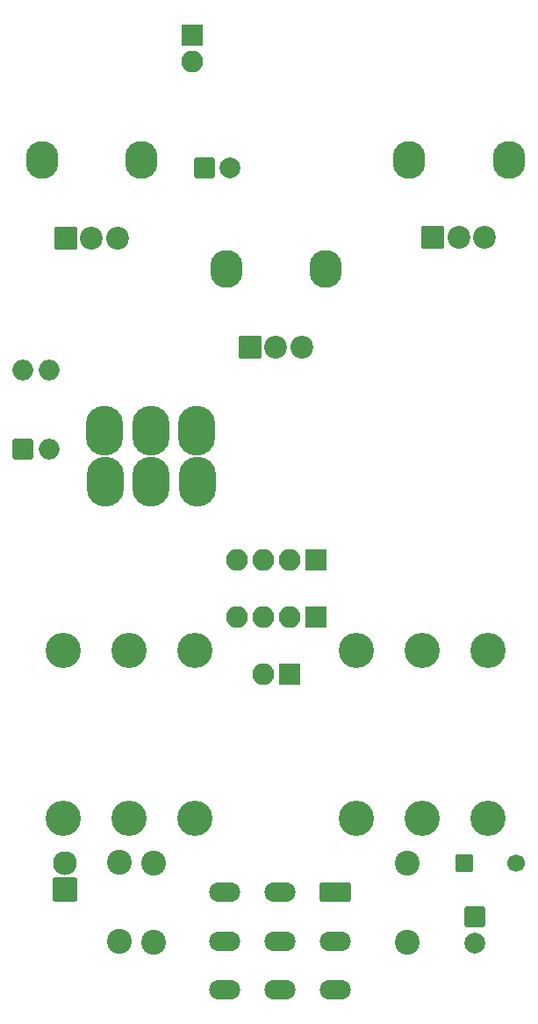
<source format=gbr>
%TF.GenerationSoftware,KiCad,Pcbnew,7.0.5-7.0.5~ubuntu22.04.1*%
%TF.CreationDate,2023-07-07T18:02:21+01:00*%
%TF.ProjectId,BMP,424d502e-6b69-4636-9164-5f7063625858,rev?*%
%TF.SameCoordinates,Original*%
%TF.FileFunction,Soldermask,Bot*%
%TF.FilePolarity,Negative*%
%FSLAX46Y46*%
G04 Gerber Fmt 4.6, Leading zero omitted, Abs format (unit mm)*
G04 Created by KiCad (PCBNEW 7.0.5-7.0.5~ubuntu22.04.1) date 2023-07-07 18:02:21*
%MOMM*%
%LPD*%
G01*
G04 APERTURE LIST*
G04 Aperture macros list*
%AMRoundRect*
0 Rectangle with rounded corners*
0 $1 Rounding radius*
0 $2 $3 $4 $5 $6 $7 $8 $9 X,Y pos of 4 corners*
0 Add a 4 corners polygon primitive as box body*
4,1,4,$2,$3,$4,$5,$6,$7,$8,$9,$2,$3,0*
0 Add four circle primitives for the rounded corners*
1,1,$1+$1,$2,$3*
1,1,$1+$1,$4,$5*
1,1,$1+$1,$6,$7*
1,1,$1+$1,$8,$9*
0 Add four rect primitives between the rounded corners*
20,1,$1+$1,$2,$3,$4,$5,0*
20,1,$1+$1,$4,$5,$6,$7,0*
20,1,$1+$1,$6,$7,$8,$9,0*
20,1,$1+$1,$8,$9,$2,$3,0*%
G04 Aperture macros list end*
%ADD10RoundRect,0.200000X1.300000X0.750000X-1.300000X0.750000X-1.300000X-0.750000X1.300000X-0.750000X0*%
%ADD11O,3.000000X1.900000*%
%ADD12C,3.400000*%
%ADD13RoundRect,0.200000X-0.850000X-0.850000X0.850000X-0.850000X0.850000X0.850000X-0.850000X0.850000X0*%
%ADD14O,2.100000X2.100000*%
%ADD15RoundRect,0.200000X-0.850000X0.850000X-0.850000X-0.850000X0.850000X-0.850000X0.850000X0.850000X0*%
%ADD16RoundRect,0.200000X-0.800000X0.800000X-0.800000X-0.800000X0.800000X-0.800000X0.800000X0.800000X0*%
%ADD17C,2.000000*%
%ADD18RoundRect,0.200000X1.000000X0.950000X-1.000000X0.950000X-1.000000X-0.950000X1.000000X-0.950000X0*%
%ADD19C,2.300000*%
%ADD20C,2.398980*%
%ADD21RoundRect,0.200000X-0.650000X-0.650000X0.650000X-0.650000X0.650000X0.650000X-0.650000X0.650000X0*%
%ADD22C,1.700000*%
%ADD23O,3.120000X3.640000*%
%ADD24RoundRect,0.200000X0.900000X0.900000X-0.900000X0.900000X-0.900000X-0.900000X0.900000X-0.900000X0*%
%ADD25C,2.200000*%
%ADD26O,3.600000X4.800000*%
%ADD27RoundRect,0.200000X-0.800000X-0.800000X0.800000X-0.800000X0.800000X0.800000X-0.800000X0.800000X0*%
%ADD28RoundRect,0.200000X0.800000X-0.800000X0.800000X0.800000X-0.800000X0.800000X-0.800000X-0.800000X0*%
%ADD29O,2.000000X2.000000*%
G04 APERTURE END LIST*
D10*
%TO.C,SW1*%
X148550000Y-137825000D03*
D11*
X143250000Y-137825000D03*
X137950000Y-137825000D03*
X148550000Y-142525000D03*
X143250000Y-142550000D03*
X137950000Y-142525000D03*
X148550000Y-147225000D03*
X143250000Y-147225000D03*
X137950000Y-147225000D03*
%TD*%
D12*
%TO.C,J3*%
X128660000Y-130730000D03*
X128660000Y-114500000D03*
X122310000Y-130730000D03*
X122310000Y-114500000D03*
X135010000Y-130730000D03*
X135010000Y-114500000D03*
%TD*%
D13*
%TO.C,J1*%
X134760000Y-55260000D03*
D14*
X134760000Y-57800000D03*
%TD*%
D15*
%TO.C,JOVGI1*%
X146700000Y-111350000D03*
D14*
X144160000Y-111350000D03*
X141620000Y-111350000D03*
X139080000Y-111350000D03*
%TD*%
D15*
%TO.C,JOVGI2*%
X146700000Y-105800000D03*
D14*
X144160000Y-105800000D03*
X141620000Y-105800000D03*
X139080000Y-105800000D03*
%TD*%
D16*
%TO.C,C2*%
X162000000Y-140200000D03*
D17*
X162000000Y-142700000D03*
%TD*%
D18*
%TO.C,D1*%
X122500000Y-137540000D03*
D19*
X122500000Y-135000000D03*
%TD*%
D20*
%TO.C,R1*%
X155500000Y-135000000D03*
X155500000Y-142620000D03*
%TD*%
%TO.C,R2*%
X127760000Y-142600000D03*
X127760000Y-134980000D03*
%TD*%
%TO.C,R3*%
X131010000Y-135000000D03*
X131010000Y-142620000D03*
%TD*%
D21*
%TO.C,C1*%
X161050000Y-135000000D03*
D22*
X166050000Y-135000000D03*
%TD*%
D15*
%TO.C,J4*%
X144140000Y-116810000D03*
D14*
X141600000Y-116810000D03*
%TD*%
D12*
%TO.C,J2*%
X156925000Y-114500000D03*
X156925000Y-130730000D03*
X163275000Y-114500000D03*
X163275000Y-130730000D03*
X150575000Y-114500000D03*
X150575000Y-130730000D03*
%TD*%
D23*
%TO.C,RV2*%
X138050000Y-77830000D03*
X147650000Y-77830000D03*
D24*
X140350000Y-85330000D03*
D25*
X142850000Y-85330000D03*
X145350000Y-85330000D03*
%TD*%
D26*
%TO.C,SW2*%
X126310000Y-93400000D03*
X130760000Y-93400000D03*
X135210000Y-93400000D03*
X126360000Y-98300000D03*
X130810000Y-98300000D03*
X135260000Y-98300000D03*
%TD*%
D27*
%TO.C,C19*%
X135927621Y-68100000D03*
D17*
X138427621Y-68100000D03*
%TD*%
D23*
%TO.C,RV4*%
X120260000Y-67300000D03*
X129860000Y-67300000D03*
D24*
X122560000Y-74800000D03*
D25*
X125060000Y-74800000D03*
X127560000Y-74800000D03*
%TD*%
D28*
%TO.C,SW3*%
X118470000Y-95120000D03*
D29*
X121010000Y-95120000D03*
X121010000Y-87500000D03*
X118470000Y-87500000D03*
%TD*%
D23*
%TO.C,RV3*%
X155710000Y-67275000D03*
X165310000Y-67275000D03*
D24*
X158010000Y-74775000D03*
D25*
X160510000Y-74775000D03*
X163010000Y-74775000D03*
%TD*%
M02*

</source>
